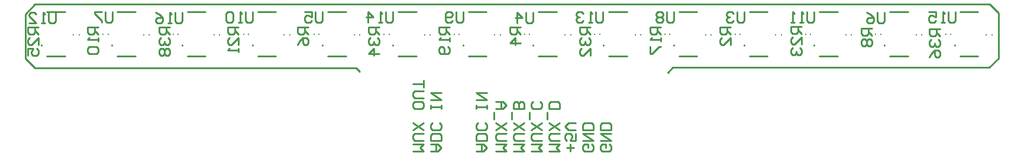
<source format=gbo>
G04*
G04 #@! TF.GenerationSoftware,Altium Limited,Altium Designer,19.0.12 (326)*
G04*
G04 Layer_Color=32896*
%FSLAX25Y25*%
%MOIN*%
G70*
G01*
G75*
%ADD13C,0.01000*%
%ADD14C,0.00787*%
D13*
X364500Y62500D02*
X367250Y65250D01*
X545750D01*
X551000Y70500D01*
Y96000D01*
X546000Y101000D02*
X551000Y96000D01*
X545750Y101000D02*
X546000D01*
X545500D02*
X546000D01*
X189000Y65000D02*
X191000Y63000D01*
X8000Y65000D02*
X189000D01*
X2500Y70500D02*
X8000Y65000D01*
X2500Y70500D02*
Y95500D01*
X8000Y101000D01*
X545500D01*
X11725Y77617D02*
Y78117D01*
X14725Y71617D02*
X24922D01*
X14725Y96617D02*
X24922D01*
X51297Y77617D02*
Y78117D01*
X54297Y71617D02*
X64494D01*
X54297Y96617D02*
X64494D01*
X90869Y77617D02*
Y78117D01*
X93869Y71617D02*
X104066D01*
X93869Y96617D02*
X104066D01*
X130440Y77617D02*
Y78117D01*
X133440Y71617D02*
X143637D01*
X133440Y96617D02*
X143637D01*
X170012Y77617D02*
Y78117D01*
X173012Y71617D02*
X183209D01*
X173012Y96617D02*
X183209D01*
X209584Y77617D02*
Y78117D01*
X212584Y71617D02*
X222780D01*
X212584Y96617D02*
X222780D01*
X249155Y77617D02*
Y78117D01*
X252155Y71617D02*
X262352D01*
X252155Y96617D02*
X262352D01*
X288727Y77617D02*
Y78117D01*
X291727Y71617D02*
X301924D01*
X291727Y96617D02*
X301924D01*
X328299Y77617D02*
Y78117D01*
X331299Y71617D02*
X341495D01*
X331299Y96617D02*
X341495D01*
X367870Y77617D02*
Y78117D01*
X370870Y71617D02*
X381067D01*
X370870Y96617D02*
X381067D01*
X407442Y77617D02*
Y78117D01*
X410442Y71617D02*
X420639D01*
X410442Y96617D02*
X420639D01*
X447014Y77617D02*
Y78117D01*
X450014Y71617D02*
X460211D01*
X450014Y96617D02*
X460211D01*
X486585Y77617D02*
Y78117D01*
X489585Y71617D02*
X499782D01*
X489585Y96617D02*
X499782D01*
X526157Y77617D02*
Y78117D01*
X529157Y71617D02*
X539354D01*
X529157Y96617D02*
X539354D01*
X221000Y18000D02*
X226998D01*
X224999Y19999D01*
X226998Y21999D01*
X221000D01*
X226998Y23998D02*
X222000D01*
X221000Y24998D01*
Y26997D01*
X222000Y27997D01*
X226998D01*
Y29996D02*
X221000Y33995D01*
X226998D02*
X221000Y29996D01*
X226998Y44991D02*
Y42992D01*
X225998Y41992D01*
X222000D01*
X221000Y42992D01*
Y44991D01*
X222000Y45991D01*
X225998D01*
X226998Y44991D01*
Y47990D02*
X222000D01*
X221000Y48990D01*
Y50989D01*
X222000Y51989D01*
X226998D01*
Y53988D02*
Y57987D01*
Y55988D01*
X221000D01*
X231000Y18000D02*
X234999D01*
X236998Y19999D01*
X234999Y21999D01*
X231000D01*
X233999D01*
Y18000D01*
X236998Y23998D02*
X231000D01*
Y26997D01*
X232000Y27997D01*
X235998D01*
X236998Y26997D01*
Y23998D01*
X235998Y33995D02*
X236998Y32995D01*
Y30996D01*
X235998Y29996D01*
X232000D01*
X231000Y30996D01*
Y32995D01*
X232000Y33995D01*
X236998Y41992D02*
Y43992D01*
Y42992D01*
X231000D01*
Y41992D01*
Y43992D01*
Y46991D02*
X236998D01*
X231000Y50989D01*
X236998D01*
X331498Y21999D02*
X332498Y20999D01*
Y19000D01*
X331498Y18000D01*
X327500D01*
X326500Y19000D01*
Y20999D01*
X327500Y21999D01*
X329499D01*
Y19999D01*
X326500Y23998D02*
X332498D01*
X326500Y27997D01*
X332498D01*
Y29996D02*
X326500D01*
Y32995D01*
X327500Y33995D01*
X331498D01*
X332498Y32995D01*
Y29996D01*
X321498Y21999D02*
X322498Y20999D01*
Y19000D01*
X321498Y18000D01*
X317500D01*
X316500Y19000D01*
Y20999D01*
X317500Y21999D01*
X319499D01*
Y19999D01*
X316500Y23998D02*
X322498D01*
X316500Y27997D01*
X322498D01*
Y29996D02*
X316500D01*
Y32995D01*
X317500Y33995D01*
X321498D01*
X322498Y32995D01*
Y29996D01*
X309499Y18000D02*
Y21999D01*
X311498Y19999D02*
X307500D01*
X312498Y27997D02*
Y23998D01*
X309499D01*
X310499Y25997D01*
Y26997D01*
X309499Y27997D01*
X307500D01*
X306500Y26997D01*
Y24998D01*
X307500Y23998D01*
X312498Y29996D02*
X308499D01*
X306500Y31995D01*
X308499Y33995D01*
X312498D01*
X297500Y18000D02*
X303498D01*
X301498Y19999D01*
X303498Y21999D01*
X297500D01*
X303498Y23998D02*
X298499D01*
X297500Y24998D01*
Y26997D01*
X298499Y27997D01*
X303498D01*
Y29996D02*
X297500Y33995D01*
X303498D02*
X297500Y29996D01*
X296500Y35994D02*
Y39993D01*
X303498Y41992D02*
X297500D01*
Y44991D01*
X298499Y45991D01*
X302498D01*
X303498Y44991D01*
Y41992D01*
X287500Y18000D02*
X293498D01*
X291498Y19999D01*
X293498Y21999D01*
X287500D01*
X293498Y23998D02*
X288499D01*
X287500Y24998D01*
Y26997D01*
X288499Y27997D01*
X293498D01*
Y29996D02*
X287500Y33995D01*
X293498D02*
X287500Y29996D01*
X286500Y35994D02*
Y39993D01*
X292498Y45991D02*
X293498Y44991D01*
Y42992D01*
X292498Y41992D01*
X288499D01*
X287500Y42992D01*
Y44991D01*
X288499Y45991D01*
X277500Y18000D02*
X283498D01*
X281498Y19999D01*
X283498Y21999D01*
X277500D01*
X283498Y23998D02*
X278499D01*
X277500Y24998D01*
Y26997D01*
X278499Y27997D01*
X283498D01*
Y29996D02*
X277500Y33995D01*
X283498D02*
X277500Y29996D01*
X276500Y35994D02*
Y39993D01*
X283498Y41992D02*
X277500D01*
Y44991D01*
X278499Y45991D01*
X279499D01*
X280499Y44991D01*
Y41992D01*
Y44991D01*
X281498Y45991D01*
X282498D01*
X283498Y44991D01*
Y41992D01*
X267500Y18000D02*
X273498D01*
X271498Y19999D01*
X273498Y21999D01*
X267500D01*
X273498Y23998D02*
X268499D01*
X267500Y24998D01*
Y26997D01*
X268499Y27997D01*
X273498D01*
Y29996D02*
X267500Y33995D01*
X273498D02*
X267500Y29996D01*
X266500Y35994D02*
Y39993D01*
X267500Y41992D02*
X271498D01*
X273498Y43992D01*
X271498Y45991D01*
X267500D01*
X270499D01*
Y41992D01*
X256500Y18000D02*
X260499D01*
X262498Y19999D01*
X260499Y21999D01*
X256500D01*
X259499D01*
Y18000D01*
X262498Y23998D02*
X256500D01*
Y26997D01*
X257500Y27997D01*
X261498D01*
X262498Y26997D01*
Y23998D01*
X261498Y33995D02*
X262498Y32995D01*
Y30996D01*
X261498Y29996D01*
X257500D01*
X256500Y30996D01*
Y32995D01*
X257500Y33995D01*
X262498Y41992D02*
Y43992D01*
Y42992D01*
X256500D01*
Y41992D01*
Y43992D01*
Y46991D02*
X262498D01*
X256500Y50989D01*
X262498D01*
X90869Y96498D02*
Y91500D01*
X89869Y90500D01*
X87870D01*
X86870Y91500D01*
Y96498D01*
X84871Y90500D02*
X82871D01*
X83871D01*
Y96498D01*
X84871Y95498D01*
X75874Y96498D02*
X77873Y95498D01*
X79872Y93499D01*
Y91500D01*
X78873Y90500D01*
X76873D01*
X75874Y91500D01*
Y92499D01*
X76873Y93499D01*
X79872D01*
X526500Y96598D02*
Y91600D01*
X525500Y90600D01*
X523501D01*
X522501Y91600D01*
Y96598D01*
X520502Y90600D02*
X518503D01*
X519502D01*
Y96598D01*
X520502Y95598D01*
X511505Y96598D02*
X515504D01*
Y93599D01*
X513504Y94599D01*
X512504D01*
X511505Y93599D01*
Y91600D01*
X512504Y90600D01*
X514504D01*
X515504Y91600D01*
X209584Y96598D02*
Y91600D01*
X208584Y90600D01*
X206585D01*
X205585Y91600D01*
Y96598D01*
X203586Y90600D02*
X201586D01*
X202586D01*
Y96598D01*
X203586Y95598D01*
X195588Y90600D02*
Y96598D01*
X198587Y93599D01*
X194588D01*
X328000Y96598D02*
Y91600D01*
X327000Y90600D01*
X325001D01*
X324001Y91600D01*
Y96598D01*
X322002Y90600D02*
X320003D01*
X321002D01*
Y96598D01*
X322002Y95598D01*
X317004D02*
X316004Y96598D01*
X314004D01*
X313005Y95598D01*
Y94599D01*
X314004Y93599D01*
X315004D01*
X314004D01*
X313005Y92599D01*
Y91600D01*
X314004Y90600D01*
X316004D01*
X317004Y91600D01*
X19500Y96498D02*
Y91500D01*
X18500Y90500D01*
X16501D01*
X15501Y91500D01*
Y96498D01*
X13502Y90500D02*
X11503D01*
X12502D01*
Y96498D01*
X13502Y95498D01*
X4505Y90500D02*
X8504D01*
X4505Y94499D01*
Y95498D01*
X5505Y96498D01*
X7504D01*
X8504Y95498D01*
X447014Y96598D02*
Y91600D01*
X446014Y90600D01*
X444015D01*
X443015Y91600D01*
Y96598D01*
X441016Y90600D02*
X439016D01*
X440016D01*
Y96598D01*
X441016Y95598D01*
X436017Y90600D02*
X434018D01*
X435018D01*
Y96598D01*
X436017Y95598D01*
X130440Y96598D02*
Y91600D01*
X129441Y90600D01*
X127441D01*
X126442Y91600D01*
Y96598D01*
X124442Y90600D02*
X122443D01*
X123443D01*
Y96598D01*
X124442Y95598D01*
X119444D02*
X118444Y96598D01*
X116445D01*
X115445Y95598D01*
Y91600D01*
X116445Y90600D01*
X118444D01*
X119444Y91600D01*
Y95598D01*
X249155Y96598D02*
Y91600D01*
X248156Y90600D01*
X246156D01*
X245157Y91600D01*
Y96598D01*
X243157Y91600D02*
X242158Y90600D01*
X240158D01*
X239159Y91600D01*
Y95598D01*
X240158Y96598D01*
X242158D01*
X243157Y95598D01*
Y94599D01*
X242158Y93599D01*
X239159D01*
X367870Y96598D02*
Y91600D01*
X366871Y90600D01*
X364871D01*
X363872Y91600D01*
Y96598D01*
X361872Y95598D02*
X360873Y96598D01*
X358873D01*
X357874Y95598D01*
Y94599D01*
X358873Y93599D01*
X357874Y92599D01*
Y91600D01*
X358873Y90600D01*
X360873D01*
X361872Y91600D01*
Y92599D01*
X360873Y93599D01*
X361872Y94599D01*
Y95598D01*
X360873Y93599D02*
X358873D01*
X51500Y96598D02*
Y91600D01*
X50500Y90600D01*
X48501D01*
X47501Y91600D01*
Y96598D01*
X45502D02*
X41503D01*
Y95598D01*
X45502Y91600D01*
Y90600D01*
X486585Y96498D02*
Y91500D01*
X485586Y90500D01*
X483586D01*
X482587Y91500D01*
Y96498D01*
X476589D02*
X478588Y95498D01*
X480587Y93499D01*
Y91500D01*
X479588Y90500D01*
X477588D01*
X476589Y91500D01*
Y92499D01*
X477588Y93499D01*
X480587D01*
X170012Y96598D02*
Y91600D01*
X169012Y90600D01*
X167013D01*
X166013Y91600D01*
Y96598D01*
X160015D02*
X164014D01*
Y93599D01*
X162015Y94599D01*
X161015D01*
X160015Y93599D01*
Y91600D01*
X161015Y90600D01*
X163014D01*
X164014Y91600D01*
X288727Y96498D02*
Y91500D01*
X287727Y90500D01*
X285728D01*
X284728Y91500D01*
Y96498D01*
X279730Y90500D02*
Y96498D01*
X282729Y93499D01*
X278730D01*
X407442Y96598D02*
Y91600D01*
X406442Y90600D01*
X404443D01*
X403443Y91600D01*
Y96598D01*
X401444Y95598D02*
X400444Y96598D01*
X398445D01*
X397445Y95598D01*
Y94599D01*
X398445Y93599D01*
X399445D01*
X398445D01*
X397445Y92599D01*
Y91600D01*
X398445Y90600D01*
X400444D01*
X401444Y91600D01*
X84000Y88000D02*
X78002D01*
Y85001D01*
X79002Y84001D01*
X81001D01*
X82001Y85001D01*
Y88000D01*
Y86001D02*
X84000Y84001D01*
X79002Y82002D02*
X78002Y81002D01*
Y79003D01*
X79002Y78003D01*
X80001D01*
X81001Y79003D01*
Y80003D01*
Y79003D01*
X82001Y78003D01*
X83000D01*
X84000Y79003D01*
Y81002D01*
X83000Y82002D01*
X79002Y76004D02*
X78002Y75004D01*
Y73005D01*
X79002Y72005D01*
X80001D01*
X81001Y73005D01*
X82001Y72005D01*
X83000D01*
X84000Y73005D01*
Y75004D01*
X83000Y76004D01*
X82001D01*
X81001Y75004D01*
X80001Y76004D01*
X79002D01*
X81001Y75004D02*
Y73005D01*
X518000Y87000D02*
X512002D01*
Y84001D01*
X513002Y83001D01*
X515001D01*
X516001Y84001D01*
Y87000D01*
Y85001D02*
X518000Y83001D01*
X513002Y81002D02*
X512002Y80002D01*
Y78003D01*
X513002Y77003D01*
X514001D01*
X515001Y78003D01*
Y79003D01*
Y78003D01*
X516001Y77003D01*
X517000D01*
X518000Y78003D01*
Y80002D01*
X517000Y81002D01*
X512002Y71005D02*
X513002Y73005D01*
X515001Y75004D01*
X517000D01*
X518000Y74004D01*
Y72005D01*
X517000Y71005D01*
X516001D01*
X515001Y72005D01*
Y75004D01*
X202000Y88000D02*
X196002D01*
Y85001D01*
X197002Y84001D01*
X199001D01*
X200001Y85001D01*
Y88000D01*
Y86001D02*
X202000Y84001D01*
X197002Y82002D02*
X196002Y81002D01*
Y79003D01*
X197002Y78003D01*
X198001D01*
X199001Y79003D01*
Y80003D01*
Y79003D01*
X200001Y78003D01*
X201000D01*
X202000Y79003D01*
Y81002D01*
X201000Y82002D01*
X202000Y73005D02*
X196002D01*
X199001Y76004D01*
Y72005D01*
X321000Y88000D02*
X315002D01*
Y85001D01*
X316002Y84001D01*
X318001D01*
X319001Y85001D01*
Y88000D01*
Y86001D02*
X321000Y84001D01*
X316002Y82002D02*
X315002Y81002D01*
Y79003D01*
X316002Y78003D01*
X317001D01*
X318001Y79003D01*
Y80003D01*
Y79003D01*
X319001Y78003D01*
X320000D01*
X321000Y79003D01*
Y81002D01*
X320000Y82002D01*
X321000Y72005D02*
Y76004D01*
X317001Y72005D01*
X316002D01*
X315002Y73005D01*
Y75004D01*
X316002Y76004D01*
X10000Y88000D02*
X4002D01*
Y85001D01*
X5002Y84001D01*
X7001D01*
X8001Y85001D01*
Y88000D01*
Y86001D02*
X10000Y84001D01*
Y78003D02*
Y82002D01*
X6001Y78003D01*
X5002D01*
X4002Y79003D01*
Y81002D01*
X5002Y82002D01*
X4002Y72005D02*
Y76004D01*
X7001D01*
X6001Y74005D01*
Y73005D01*
X7001Y72005D01*
X9000D01*
X10000Y73005D01*
Y75004D01*
X9000Y76004D01*
X440000Y88500D02*
X434002D01*
Y85501D01*
X435002Y84501D01*
X437001D01*
X438001Y85501D01*
Y88500D01*
Y86501D02*
X440000Y84501D01*
Y78503D02*
Y82502D01*
X436001Y78503D01*
X435002D01*
X434002Y79503D01*
Y81502D01*
X435002Y82502D01*
Y76504D02*
X434002Y75504D01*
Y73505D01*
X435002Y72505D01*
X436001D01*
X437001Y73505D01*
Y74505D01*
Y73505D01*
X438001Y72505D01*
X439000D01*
X440000Y73505D01*
Y75504D01*
X439000Y76504D01*
X122500Y88000D02*
X116502D01*
Y85001D01*
X117502Y84001D01*
X119501D01*
X120501Y85001D01*
Y88000D01*
Y86001D02*
X122500Y84001D01*
Y78003D02*
Y82002D01*
X118501Y78003D01*
X117502D01*
X116502Y79003D01*
Y81002D01*
X117502Y82002D01*
X122500Y76004D02*
Y74005D01*
Y75004D01*
X116502D01*
X117502Y76004D01*
X241500Y88000D02*
X235502D01*
Y85001D01*
X236502Y84001D01*
X238501D01*
X239501Y85001D01*
Y88000D01*
Y86001D02*
X241500Y84001D01*
Y82002D02*
Y80003D01*
Y81002D01*
X235502D01*
X236502Y82002D01*
X240500Y77004D02*
X241500Y76004D01*
Y74005D01*
X240500Y73005D01*
X236502D01*
X235502Y74005D01*
Y76004D01*
X236502Y77004D01*
X237501D01*
X238501Y76004D01*
Y73005D01*
X360500Y88000D02*
X354502D01*
Y85001D01*
X355502Y84001D01*
X357501D01*
X358501Y85001D01*
Y88000D01*
Y86001D02*
X360500Y84001D01*
Y82002D02*
Y80003D01*
Y81002D01*
X354502D01*
X355502Y82002D01*
X354502Y77004D02*
Y73005D01*
X355502D01*
X359500Y77004D01*
X360500D01*
X43500Y88000D02*
X37502D01*
Y85001D01*
X38502Y84001D01*
X40501D01*
X41501Y85001D01*
Y88000D01*
Y86001D02*
X43500Y84001D01*
Y82002D02*
Y80003D01*
Y81002D01*
X37502D01*
X38502Y82002D01*
Y77004D02*
X37502Y76004D01*
Y74005D01*
X38502Y73005D01*
X42500D01*
X43500Y74005D01*
Y76004D01*
X42500Y77004D01*
X38502D01*
X479500Y87500D02*
X473502D01*
Y84501D01*
X474502Y83501D01*
X476501D01*
X477501Y84501D01*
Y87500D01*
Y85501D02*
X479500Y83501D01*
X474502Y81502D02*
X473502Y80502D01*
Y78503D01*
X474502Y77503D01*
X475501D01*
X476501Y78503D01*
X477501Y77503D01*
X478500D01*
X479500Y78503D01*
Y80502D01*
X478500Y81502D01*
X477501D01*
X476501Y80502D01*
X475501Y81502D01*
X474502D01*
X476501Y80502D02*
Y78503D01*
X162000Y88000D02*
X156002D01*
Y85001D01*
X157002Y84001D01*
X159001D01*
X160001Y85001D01*
Y88000D01*
Y86001D02*
X162000Y84001D01*
X156002Y78003D02*
X157002Y80003D01*
X159001Y82002D01*
X161000D01*
X162000Y81002D01*
Y79003D01*
X161000Y78003D01*
X160001D01*
X159001Y79003D01*
Y82002D01*
X281500Y88000D02*
X275502D01*
Y85001D01*
X276502Y84001D01*
X278501D01*
X279501Y85001D01*
Y88000D01*
Y86001D02*
X281500Y84001D01*
Y79003D02*
X275502D01*
X278501Y82002D01*
Y78003D01*
X400000Y88000D02*
X394002D01*
Y85001D01*
X395002Y84001D01*
X397001D01*
X398001Y85001D01*
Y88000D01*
Y86001D02*
X400000Y84001D01*
Y78003D02*
Y82002D01*
X396001Y78003D01*
X395002D01*
X394002Y79003D01*
Y81002D01*
X395002Y82002D01*
D14*
X9603Y84061D02*
Y84454D01*
X6847Y84061D02*
Y84454D01*
X207462Y84061D02*
Y84454D01*
X204706Y84061D02*
Y84454D01*
X326177Y84061D02*
Y84454D01*
X323421Y84061D02*
Y84454D01*
X444892Y84061D02*
Y84454D01*
X442136Y84061D02*
Y84454D01*
X425367Y83816D02*
Y84210D01*
X428517Y83816D02*
Y84210D01*
X187937Y83816D02*
Y84210D01*
X191087Y83816D02*
Y84210D01*
X165134Y84061D02*
Y84454D01*
X167890Y84061D02*
Y84454D01*
X504511Y83816D02*
Y84210D01*
X507660Y83816D02*
Y84210D01*
X46419Y84061D02*
Y84454D01*
X49175Y84061D02*
Y84454D01*
X385796Y83816D02*
Y84210D01*
X388945Y83816D02*
Y84210D01*
X464939Y83816D02*
Y84210D01*
X468088Y83816D02*
Y84210D01*
X402564Y84061D02*
Y84454D01*
X405320Y84061D02*
Y84454D01*
X306652Y83816D02*
Y84210D01*
X309802Y83816D02*
Y84210D01*
X283849Y84061D02*
Y84454D01*
X286605Y84061D02*
Y84454D01*
X481707Y84061D02*
Y84454D01*
X484463Y84061D02*
Y84454D01*
X267080Y83816D02*
Y84210D01*
X270230Y83816D02*
Y84210D01*
X521279Y84061D02*
Y84454D01*
X524035Y84061D02*
Y84454D01*
X85991Y84061D02*
Y84454D01*
X88747Y84061D02*
Y84454D01*
X69222Y83816D02*
Y84210D01*
X72372Y83816D02*
Y84210D01*
X148365Y83816D02*
Y84210D01*
X151515Y83816D02*
Y84210D01*
X362992Y84061D02*
Y84454D01*
X365748Y84061D02*
Y84454D01*
X244277Y84061D02*
Y84454D01*
X247033Y84061D02*
Y84454D01*
X125562Y84061D02*
Y84454D01*
X128318Y84061D02*
Y84454D01*
X29651Y83816D02*
Y84210D01*
X32800Y83816D02*
Y84210D01*
X346224Y83816D02*
Y84210D01*
X349374Y83816D02*
Y84210D01*
X227509Y83816D02*
Y84210D01*
X230658Y83816D02*
Y84210D01*
X544082Y83816D02*
Y84210D01*
X547232Y83816D02*
Y84210D01*
X108794Y83816D02*
Y84210D01*
X111943Y83816D02*
Y84210D01*
M02*

</source>
